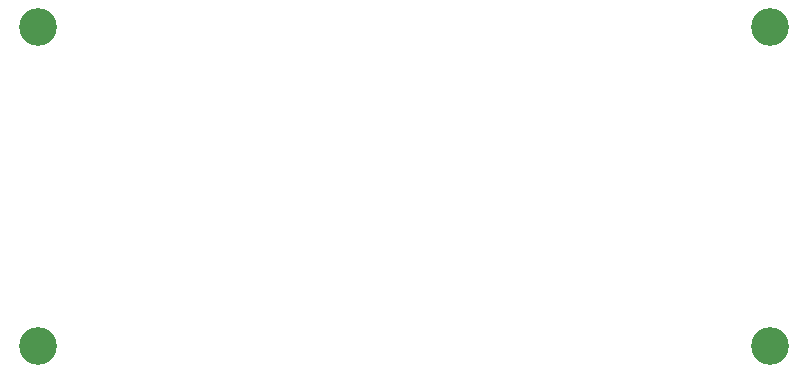
<source format=gbr>
%TF.GenerationSoftware,KiCad,Pcbnew,(5.1.5)-3*%
%TF.CreationDate,2020-01-24T01:01:08-05:00*%
%TF.ProjectId,V-Naught_Display,562d4e61-7567-4687-945f-446973706c61,rev?*%
%TF.SameCoordinates,Original*%
%TF.FileFunction,NonPlated,1,2,NPTH,Drill*%
%TF.FilePolarity,Positive*%
%FSLAX46Y46*%
G04 Gerber Fmt 4.6, Leading zero omitted, Abs format (unit mm)*
G04 Created by KiCad (PCBNEW (5.1.5)-3) date 2020-01-24 01:01:08*
%MOMM*%
%LPD*%
G04 APERTURE LIST*
%TA.AperFunction,ComponentDrill*%
%ADD10C,3.200000*%
%TD*%
G04 APERTURE END LIST*
D10*
%TO.C,H1*%
X99170000Y-53650000D03*
%TO.C,H2*%
X161170000Y-80650000D03*
%TO.C,H3*%
X161170000Y-53650000D03*
%TO.C,H4*%
X99170000Y-80650000D03*
M02*

</source>
